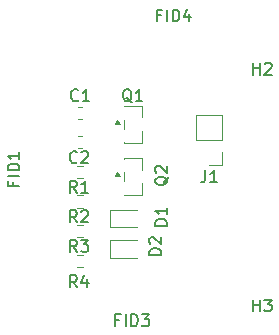
<source format=gbr>
%TF.GenerationSoftware,KiCad,Pcbnew,9.0.6*%
%TF.CreationDate,2025-11-11T14:20:58+00:00*%
%TF.ProjectId,BJT_Astable_Multivibrator_PCB,424a545f-4173-4746-9162-6c655f4d756c,rev?*%
%TF.SameCoordinates,Original*%
%TF.FileFunction,Legend,Top*%
%TF.FilePolarity,Positive*%
%FSLAX46Y46*%
G04 Gerber Fmt 4.6, Leading zero omitted, Abs format (unit mm)*
G04 Created by KiCad (PCBNEW 9.0.6) date 2025-11-11 14:20:58*
%MOMM*%
%LPD*%
G01*
G04 APERTURE LIST*
%ADD10C,0.150000*%
%ADD11C,0.120000*%
G04 APERTURE END LIST*
D10*
X150333333Y-73859580D02*
X150285714Y-73907200D01*
X150285714Y-73907200D02*
X150142857Y-73954819D01*
X150142857Y-73954819D02*
X150047619Y-73954819D01*
X150047619Y-73954819D02*
X149904762Y-73907200D01*
X149904762Y-73907200D02*
X149809524Y-73811961D01*
X149809524Y-73811961D02*
X149761905Y-73716723D01*
X149761905Y-73716723D02*
X149714286Y-73526247D01*
X149714286Y-73526247D02*
X149714286Y-73383390D01*
X149714286Y-73383390D02*
X149761905Y-73192914D01*
X149761905Y-73192914D02*
X149809524Y-73097676D01*
X149809524Y-73097676D02*
X149904762Y-73002438D01*
X149904762Y-73002438D02*
X150047619Y-72954819D01*
X150047619Y-72954819D02*
X150142857Y-72954819D01*
X150142857Y-72954819D02*
X150285714Y-73002438D01*
X150285714Y-73002438D02*
X150333333Y-73050057D01*
X150714286Y-73050057D02*
X150761905Y-73002438D01*
X150761905Y-73002438D02*
X150857143Y-72954819D01*
X150857143Y-72954819D02*
X151095238Y-72954819D01*
X151095238Y-72954819D02*
X151190476Y-73002438D01*
X151190476Y-73002438D02*
X151238095Y-73050057D01*
X151238095Y-73050057D02*
X151285714Y-73145295D01*
X151285714Y-73145295D02*
X151285714Y-73240533D01*
X151285714Y-73240533D02*
X151238095Y-73383390D01*
X151238095Y-73383390D02*
X150666667Y-73954819D01*
X150666667Y-73954819D02*
X151285714Y-73954819D01*
X150435833Y-68609580D02*
X150388214Y-68657200D01*
X150388214Y-68657200D02*
X150245357Y-68704819D01*
X150245357Y-68704819D02*
X150150119Y-68704819D01*
X150150119Y-68704819D02*
X150007262Y-68657200D01*
X150007262Y-68657200D02*
X149912024Y-68561961D01*
X149912024Y-68561961D02*
X149864405Y-68466723D01*
X149864405Y-68466723D02*
X149816786Y-68276247D01*
X149816786Y-68276247D02*
X149816786Y-68133390D01*
X149816786Y-68133390D02*
X149864405Y-67942914D01*
X149864405Y-67942914D02*
X149912024Y-67847676D01*
X149912024Y-67847676D02*
X150007262Y-67752438D01*
X150007262Y-67752438D02*
X150150119Y-67704819D01*
X150150119Y-67704819D02*
X150245357Y-67704819D01*
X150245357Y-67704819D02*
X150388214Y-67752438D01*
X150388214Y-67752438D02*
X150435833Y-67800057D01*
X151388214Y-68704819D02*
X150816786Y-68704819D01*
X151102500Y-68704819D02*
X151102500Y-67704819D01*
X151102500Y-67704819D02*
X151007262Y-67847676D01*
X151007262Y-67847676D02*
X150912024Y-67942914D01*
X150912024Y-67942914D02*
X150816786Y-67990533D01*
X161209166Y-74564819D02*
X161209166Y-75279104D01*
X161209166Y-75279104D02*
X161161547Y-75421961D01*
X161161547Y-75421961D02*
X161066309Y-75517200D01*
X161066309Y-75517200D02*
X160923452Y-75564819D01*
X160923452Y-75564819D02*
X160828214Y-75564819D01*
X162209166Y-75564819D02*
X161637738Y-75564819D01*
X161923452Y-75564819D02*
X161923452Y-74564819D01*
X161923452Y-74564819D02*
X161828214Y-74707676D01*
X161828214Y-74707676D02*
X161732976Y-74802914D01*
X161732976Y-74802914D02*
X161637738Y-74850533D01*
X153928571Y-87231009D02*
X153595238Y-87231009D01*
X153595238Y-87754819D02*
X153595238Y-86754819D01*
X153595238Y-86754819D02*
X154071428Y-86754819D01*
X154452381Y-87754819D02*
X154452381Y-86754819D01*
X154928571Y-87754819D02*
X154928571Y-86754819D01*
X154928571Y-86754819D02*
X155166666Y-86754819D01*
X155166666Y-86754819D02*
X155309523Y-86802438D01*
X155309523Y-86802438D02*
X155404761Y-86897676D01*
X155404761Y-86897676D02*
X155452380Y-86992914D01*
X155452380Y-86992914D02*
X155499999Y-87183390D01*
X155499999Y-87183390D02*
X155499999Y-87326247D01*
X155499999Y-87326247D02*
X155452380Y-87516723D01*
X155452380Y-87516723D02*
X155404761Y-87611961D01*
X155404761Y-87611961D02*
X155309523Y-87707200D01*
X155309523Y-87707200D02*
X155166666Y-87754819D01*
X155166666Y-87754819D02*
X154928571Y-87754819D01*
X155833333Y-86754819D02*
X156452380Y-86754819D01*
X156452380Y-86754819D02*
X156119047Y-87135771D01*
X156119047Y-87135771D02*
X156261904Y-87135771D01*
X156261904Y-87135771D02*
X156357142Y-87183390D01*
X156357142Y-87183390D02*
X156404761Y-87231009D01*
X156404761Y-87231009D02*
X156452380Y-87326247D01*
X156452380Y-87326247D02*
X156452380Y-87564342D01*
X156452380Y-87564342D02*
X156404761Y-87659580D01*
X156404761Y-87659580D02*
X156357142Y-87707200D01*
X156357142Y-87707200D02*
X156261904Y-87754819D01*
X156261904Y-87754819D02*
X155976190Y-87754819D01*
X155976190Y-87754819D02*
X155880952Y-87707200D01*
X155880952Y-87707200D02*
X155833333Y-87659580D01*
X157454819Y-81738094D02*
X156454819Y-81738094D01*
X156454819Y-81738094D02*
X156454819Y-81499999D01*
X156454819Y-81499999D02*
X156502438Y-81357142D01*
X156502438Y-81357142D02*
X156597676Y-81261904D01*
X156597676Y-81261904D02*
X156692914Y-81214285D01*
X156692914Y-81214285D02*
X156883390Y-81166666D01*
X156883390Y-81166666D02*
X157026247Y-81166666D01*
X157026247Y-81166666D02*
X157216723Y-81214285D01*
X157216723Y-81214285D02*
X157311961Y-81261904D01*
X157311961Y-81261904D02*
X157407200Y-81357142D01*
X157407200Y-81357142D02*
X157454819Y-81499999D01*
X157454819Y-81499999D02*
X157454819Y-81738094D01*
X156550057Y-80785713D02*
X156502438Y-80738094D01*
X156502438Y-80738094D02*
X156454819Y-80642856D01*
X156454819Y-80642856D02*
X156454819Y-80404761D01*
X156454819Y-80404761D02*
X156502438Y-80309523D01*
X156502438Y-80309523D02*
X156550057Y-80261904D01*
X156550057Y-80261904D02*
X156645295Y-80214285D01*
X156645295Y-80214285D02*
X156740533Y-80214285D01*
X156740533Y-80214285D02*
X156883390Y-80261904D01*
X156883390Y-80261904D02*
X157454819Y-80833332D01*
X157454819Y-80833332D02*
X157454819Y-80214285D01*
X157954819Y-79238094D02*
X156954819Y-79238094D01*
X156954819Y-79238094D02*
X156954819Y-78999999D01*
X156954819Y-78999999D02*
X157002438Y-78857142D01*
X157002438Y-78857142D02*
X157097676Y-78761904D01*
X157097676Y-78761904D02*
X157192914Y-78714285D01*
X157192914Y-78714285D02*
X157383390Y-78666666D01*
X157383390Y-78666666D02*
X157526247Y-78666666D01*
X157526247Y-78666666D02*
X157716723Y-78714285D01*
X157716723Y-78714285D02*
X157811961Y-78761904D01*
X157811961Y-78761904D02*
X157907200Y-78857142D01*
X157907200Y-78857142D02*
X157954819Y-78999999D01*
X157954819Y-78999999D02*
X157954819Y-79238094D01*
X157954819Y-77714285D02*
X157954819Y-78285713D01*
X157954819Y-77999999D02*
X156954819Y-77999999D01*
X156954819Y-77999999D02*
X157097676Y-78095237D01*
X157097676Y-78095237D02*
X157192914Y-78190475D01*
X157192914Y-78190475D02*
X157240533Y-78285713D01*
X158050057Y-75095238D02*
X158002438Y-75190476D01*
X158002438Y-75190476D02*
X157907200Y-75285714D01*
X157907200Y-75285714D02*
X157764342Y-75428571D01*
X157764342Y-75428571D02*
X157716723Y-75523809D01*
X157716723Y-75523809D02*
X157716723Y-75619047D01*
X157954819Y-75571428D02*
X157907200Y-75666666D01*
X157907200Y-75666666D02*
X157811961Y-75761904D01*
X157811961Y-75761904D02*
X157621485Y-75809523D01*
X157621485Y-75809523D02*
X157288152Y-75809523D01*
X157288152Y-75809523D02*
X157097676Y-75761904D01*
X157097676Y-75761904D02*
X157002438Y-75666666D01*
X157002438Y-75666666D02*
X156954819Y-75571428D01*
X156954819Y-75571428D02*
X156954819Y-75380952D01*
X156954819Y-75380952D02*
X157002438Y-75285714D01*
X157002438Y-75285714D02*
X157097676Y-75190476D01*
X157097676Y-75190476D02*
X157288152Y-75142857D01*
X157288152Y-75142857D02*
X157621485Y-75142857D01*
X157621485Y-75142857D02*
X157811961Y-75190476D01*
X157811961Y-75190476D02*
X157907200Y-75285714D01*
X157907200Y-75285714D02*
X157954819Y-75380952D01*
X157954819Y-75380952D02*
X157954819Y-75571428D01*
X157050057Y-74761904D02*
X157002438Y-74714285D01*
X157002438Y-74714285D02*
X156954819Y-74619047D01*
X156954819Y-74619047D02*
X156954819Y-74380952D01*
X156954819Y-74380952D02*
X157002438Y-74285714D01*
X157002438Y-74285714D02*
X157050057Y-74238095D01*
X157050057Y-74238095D02*
X157145295Y-74190476D01*
X157145295Y-74190476D02*
X157240533Y-74190476D01*
X157240533Y-74190476D02*
X157383390Y-74238095D01*
X157383390Y-74238095D02*
X157954819Y-74809523D01*
X157954819Y-74809523D02*
X157954819Y-74190476D01*
X154967261Y-68800057D02*
X154872023Y-68752438D01*
X154872023Y-68752438D02*
X154776785Y-68657200D01*
X154776785Y-68657200D02*
X154633928Y-68514342D01*
X154633928Y-68514342D02*
X154538690Y-68466723D01*
X154538690Y-68466723D02*
X154443452Y-68466723D01*
X154491071Y-68704819D02*
X154395833Y-68657200D01*
X154395833Y-68657200D02*
X154300595Y-68561961D01*
X154300595Y-68561961D02*
X154252976Y-68371485D01*
X154252976Y-68371485D02*
X154252976Y-68038152D01*
X154252976Y-68038152D02*
X154300595Y-67847676D01*
X154300595Y-67847676D02*
X154395833Y-67752438D01*
X154395833Y-67752438D02*
X154491071Y-67704819D01*
X154491071Y-67704819D02*
X154681547Y-67704819D01*
X154681547Y-67704819D02*
X154776785Y-67752438D01*
X154776785Y-67752438D02*
X154872023Y-67847676D01*
X154872023Y-67847676D02*
X154919642Y-68038152D01*
X154919642Y-68038152D02*
X154919642Y-68371485D01*
X154919642Y-68371485D02*
X154872023Y-68561961D01*
X154872023Y-68561961D02*
X154776785Y-68657200D01*
X154776785Y-68657200D02*
X154681547Y-68704819D01*
X154681547Y-68704819D02*
X154491071Y-68704819D01*
X155872023Y-68704819D02*
X155300595Y-68704819D01*
X155586309Y-68704819D02*
X155586309Y-67704819D01*
X155586309Y-67704819D02*
X155491071Y-67847676D01*
X155491071Y-67847676D02*
X155395833Y-67942914D01*
X155395833Y-67942914D02*
X155300595Y-67990533D01*
X150333333Y-84454819D02*
X150000000Y-83978628D01*
X149761905Y-84454819D02*
X149761905Y-83454819D01*
X149761905Y-83454819D02*
X150142857Y-83454819D01*
X150142857Y-83454819D02*
X150238095Y-83502438D01*
X150238095Y-83502438D02*
X150285714Y-83550057D01*
X150285714Y-83550057D02*
X150333333Y-83645295D01*
X150333333Y-83645295D02*
X150333333Y-83788152D01*
X150333333Y-83788152D02*
X150285714Y-83883390D01*
X150285714Y-83883390D02*
X150238095Y-83931009D01*
X150238095Y-83931009D02*
X150142857Y-83978628D01*
X150142857Y-83978628D02*
X149761905Y-83978628D01*
X151190476Y-83788152D02*
X151190476Y-84454819D01*
X150952381Y-83407200D02*
X150714286Y-84121485D01*
X150714286Y-84121485D02*
X151333333Y-84121485D01*
X150333333Y-81454819D02*
X150000000Y-80978628D01*
X149761905Y-81454819D02*
X149761905Y-80454819D01*
X149761905Y-80454819D02*
X150142857Y-80454819D01*
X150142857Y-80454819D02*
X150238095Y-80502438D01*
X150238095Y-80502438D02*
X150285714Y-80550057D01*
X150285714Y-80550057D02*
X150333333Y-80645295D01*
X150333333Y-80645295D02*
X150333333Y-80788152D01*
X150333333Y-80788152D02*
X150285714Y-80883390D01*
X150285714Y-80883390D02*
X150238095Y-80931009D01*
X150238095Y-80931009D02*
X150142857Y-80978628D01*
X150142857Y-80978628D02*
X149761905Y-80978628D01*
X150666667Y-80454819D02*
X151285714Y-80454819D01*
X151285714Y-80454819D02*
X150952381Y-80835771D01*
X150952381Y-80835771D02*
X151095238Y-80835771D01*
X151095238Y-80835771D02*
X151190476Y-80883390D01*
X151190476Y-80883390D02*
X151238095Y-80931009D01*
X151238095Y-80931009D02*
X151285714Y-81026247D01*
X151285714Y-81026247D02*
X151285714Y-81264342D01*
X151285714Y-81264342D02*
X151238095Y-81359580D01*
X151238095Y-81359580D02*
X151190476Y-81407200D01*
X151190476Y-81407200D02*
X151095238Y-81454819D01*
X151095238Y-81454819D02*
X150809524Y-81454819D01*
X150809524Y-81454819D02*
X150714286Y-81407200D01*
X150714286Y-81407200D02*
X150666667Y-81359580D01*
X150333333Y-78954819D02*
X150000000Y-78478628D01*
X149761905Y-78954819D02*
X149761905Y-77954819D01*
X149761905Y-77954819D02*
X150142857Y-77954819D01*
X150142857Y-77954819D02*
X150238095Y-78002438D01*
X150238095Y-78002438D02*
X150285714Y-78050057D01*
X150285714Y-78050057D02*
X150333333Y-78145295D01*
X150333333Y-78145295D02*
X150333333Y-78288152D01*
X150333333Y-78288152D02*
X150285714Y-78383390D01*
X150285714Y-78383390D02*
X150238095Y-78431009D01*
X150238095Y-78431009D02*
X150142857Y-78478628D01*
X150142857Y-78478628D02*
X149761905Y-78478628D01*
X150714286Y-78050057D02*
X150761905Y-78002438D01*
X150761905Y-78002438D02*
X150857143Y-77954819D01*
X150857143Y-77954819D02*
X151095238Y-77954819D01*
X151095238Y-77954819D02*
X151190476Y-78002438D01*
X151190476Y-78002438D02*
X151238095Y-78050057D01*
X151238095Y-78050057D02*
X151285714Y-78145295D01*
X151285714Y-78145295D02*
X151285714Y-78240533D01*
X151285714Y-78240533D02*
X151238095Y-78383390D01*
X151238095Y-78383390D02*
X150666667Y-78954819D01*
X150666667Y-78954819D02*
X151285714Y-78954819D01*
X150333333Y-76454819D02*
X150000000Y-75978628D01*
X149761905Y-76454819D02*
X149761905Y-75454819D01*
X149761905Y-75454819D02*
X150142857Y-75454819D01*
X150142857Y-75454819D02*
X150238095Y-75502438D01*
X150238095Y-75502438D02*
X150285714Y-75550057D01*
X150285714Y-75550057D02*
X150333333Y-75645295D01*
X150333333Y-75645295D02*
X150333333Y-75788152D01*
X150333333Y-75788152D02*
X150285714Y-75883390D01*
X150285714Y-75883390D02*
X150238095Y-75931009D01*
X150238095Y-75931009D02*
X150142857Y-75978628D01*
X150142857Y-75978628D02*
X149761905Y-75978628D01*
X151285714Y-76454819D02*
X150714286Y-76454819D01*
X151000000Y-76454819D02*
X151000000Y-75454819D01*
X151000000Y-75454819D02*
X150904762Y-75597676D01*
X150904762Y-75597676D02*
X150809524Y-75692914D01*
X150809524Y-75692914D02*
X150714286Y-75740533D01*
X144931009Y-75571428D02*
X144931009Y-75904761D01*
X145454819Y-75904761D02*
X144454819Y-75904761D01*
X144454819Y-75904761D02*
X144454819Y-75428571D01*
X145454819Y-75047618D02*
X144454819Y-75047618D01*
X145454819Y-74571428D02*
X144454819Y-74571428D01*
X144454819Y-74571428D02*
X144454819Y-74333333D01*
X144454819Y-74333333D02*
X144502438Y-74190476D01*
X144502438Y-74190476D02*
X144597676Y-74095238D01*
X144597676Y-74095238D02*
X144692914Y-74047619D01*
X144692914Y-74047619D02*
X144883390Y-74000000D01*
X144883390Y-74000000D02*
X145026247Y-74000000D01*
X145026247Y-74000000D02*
X145216723Y-74047619D01*
X145216723Y-74047619D02*
X145311961Y-74095238D01*
X145311961Y-74095238D02*
X145407200Y-74190476D01*
X145407200Y-74190476D02*
X145454819Y-74333333D01*
X145454819Y-74333333D02*
X145454819Y-74571428D01*
X145454819Y-73047619D02*
X145454819Y-73619047D01*
X145454819Y-73333333D02*
X144454819Y-73333333D01*
X144454819Y-73333333D02*
X144597676Y-73428571D01*
X144597676Y-73428571D02*
X144692914Y-73523809D01*
X144692914Y-73523809D02*
X144740533Y-73619047D01*
X157428571Y-61431009D02*
X157095238Y-61431009D01*
X157095238Y-61954819D02*
X157095238Y-60954819D01*
X157095238Y-60954819D02*
X157571428Y-60954819D01*
X157952381Y-61954819D02*
X157952381Y-60954819D01*
X158428571Y-61954819D02*
X158428571Y-60954819D01*
X158428571Y-60954819D02*
X158666666Y-60954819D01*
X158666666Y-60954819D02*
X158809523Y-61002438D01*
X158809523Y-61002438D02*
X158904761Y-61097676D01*
X158904761Y-61097676D02*
X158952380Y-61192914D01*
X158952380Y-61192914D02*
X158999999Y-61383390D01*
X158999999Y-61383390D02*
X158999999Y-61526247D01*
X158999999Y-61526247D02*
X158952380Y-61716723D01*
X158952380Y-61716723D02*
X158904761Y-61811961D01*
X158904761Y-61811961D02*
X158809523Y-61907200D01*
X158809523Y-61907200D02*
X158666666Y-61954819D01*
X158666666Y-61954819D02*
X158428571Y-61954819D01*
X159857142Y-61288152D02*
X159857142Y-61954819D01*
X159619047Y-60907200D02*
X159380952Y-61621485D01*
X159380952Y-61621485D02*
X159999999Y-61621485D01*
X165238095Y-86504819D02*
X165238095Y-85504819D01*
X165238095Y-85981009D02*
X165809523Y-85981009D01*
X165809523Y-86504819D02*
X165809523Y-85504819D01*
X166190476Y-85504819D02*
X166809523Y-85504819D01*
X166809523Y-85504819D02*
X166476190Y-85885771D01*
X166476190Y-85885771D02*
X166619047Y-85885771D01*
X166619047Y-85885771D02*
X166714285Y-85933390D01*
X166714285Y-85933390D02*
X166761904Y-85981009D01*
X166761904Y-85981009D02*
X166809523Y-86076247D01*
X166809523Y-86076247D02*
X166809523Y-86314342D01*
X166809523Y-86314342D02*
X166761904Y-86409580D01*
X166761904Y-86409580D02*
X166714285Y-86457200D01*
X166714285Y-86457200D02*
X166619047Y-86504819D01*
X166619047Y-86504819D02*
X166333333Y-86504819D01*
X166333333Y-86504819D02*
X166238095Y-86457200D01*
X166238095Y-86457200D02*
X166190476Y-86409580D01*
X165238095Y-66454819D02*
X165238095Y-65454819D01*
X165238095Y-65931009D02*
X165809523Y-65931009D01*
X165809523Y-66454819D02*
X165809523Y-65454819D01*
X166238095Y-65550057D02*
X166285714Y-65502438D01*
X166285714Y-65502438D02*
X166380952Y-65454819D01*
X166380952Y-65454819D02*
X166619047Y-65454819D01*
X166619047Y-65454819D02*
X166714285Y-65502438D01*
X166714285Y-65502438D02*
X166761904Y-65550057D01*
X166761904Y-65550057D02*
X166809523Y-65645295D01*
X166809523Y-65645295D02*
X166809523Y-65740533D01*
X166809523Y-65740533D02*
X166761904Y-65883390D01*
X166761904Y-65883390D02*
X166190476Y-66454819D01*
X166190476Y-66454819D02*
X166809523Y-66454819D01*
D11*
%TO.C,C2*%
X150461920Y-71680000D02*
X150743080Y-71680000D01*
X150461920Y-72700000D02*
X150743080Y-72700000D01*
%TO.C,C1*%
X150461920Y-69170000D02*
X150743080Y-69170000D01*
X150461920Y-70190000D02*
X150743080Y-70190000D01*
%TO.C,J1*%
X162652500Y-74110000D02*
X161542500Y-74110000D01*
X162652500Y-73000000D02*
X162652500Y-74110000D01*
X162652500Y-72000000D02*
X162652500Y-69890000D01*
X162652500Y-72000000D02*
X160432500Y-72000000D01*
X162652500Y-69890000D02*
X160432500Y-69890000D01*
X160432500Y-72000000D02*
X160432500Y-69890000D01*
%TO.C,D2*%
X153167500Y-80475000D02*
X153167500Y-81945000D01*
X153167500Y-81945000D02*
X155452500Y-81945000D01*
X155452500Y-80475000D02*
X153167500Y-80475000D01*
%TO.C,D1*%
X153167500Y-77885000D02*
X153167500Y-79355000D01*
X153167500Y-79355000D02*
X155452500Y-79355000D01*
X155452500Y-77885000D02*
X153167500Y-77885000D01*
%TO.C,Q2*%
X154302500Y-73540000D02*
X155822500Y-73540000D01*
X154302500Y-73590000D02*
X154302500Y-73540000D01*
X154302500Y-75490000D02*
X154302500Y-74710000D01*
X154302500Y-76660000D02*
X154302500Y-76610000D01*
X155822500Y-73540000D02*
X155822500Y-74540000D01*
X155822500Y-75660000D02*
X155822500Y-76660000D01*
X155822500Y-76660000D02*
X154302500Y-76660000D01*
X154002500Y-75050000D02*
X153522500Y-75050000D01*
X153762500Y-74720000D01*
X154002500Y-75050000D01*
G36*
X154002500Y-75050000D02*
G01*
X153522500Y-75050000D01*
X153762500Y-74720000D01*
X154002500Y-75050000D01*
G37*
%TO.C,Q1*%
X154302500Y-69090000D02*
X155822500Y-69090000D01*
X154302500Y-69140000D02*
X154302500Y-69090000D01*
X154302500Y-71040000D02*
X154302500Y-70260000D01*
X154302500Y-72210000D02*
X154302500Y-72160000D01*
X155822500Y-69090000D02*
X155822500Y-70090000D01*
X155822500Y-71210000D02*
X155822500Y-72210000D01*
X155822500Y-72210000D02*
X154302500Y-72210000D01*
X154002500Y-70600000D02*
X153522500Y-70600000D01*
X153762500Y-70270000D01*
X154002500Y-70600000D01*
G36*
X154002500Y-70600000D02*
G01*
X153522500Y-70600000D01*
X153762500Y-70270000D01*
X154002500Y-70600000D01*
G37*
%TO.C,R4*%
X150365242Y-81707500D02*
X150839758Y-81707500D01*
X150365242Y-82752500D02*
X150839758Y-82752500D01*
%TO.C,R3*%
X150365242Y-79197500D02*
X150839758Y-79197500D01*
X150365242Y-80242500D02*
X150839758Y-80242500D01*
%TO.C,R2*%
X150365242Y-76687500D02*
X150839758Y-76687500D01*
X150365242Y-77732500D02*
X150839758Y-77732500D01*
%TO.C,R1*%
X150365242Y-74177500D02*
X150839758Y-74177500D01*
X150365242Y-75222500D02*
X150839758Y-75222500D01*
%TD*%
M02*

</source>
